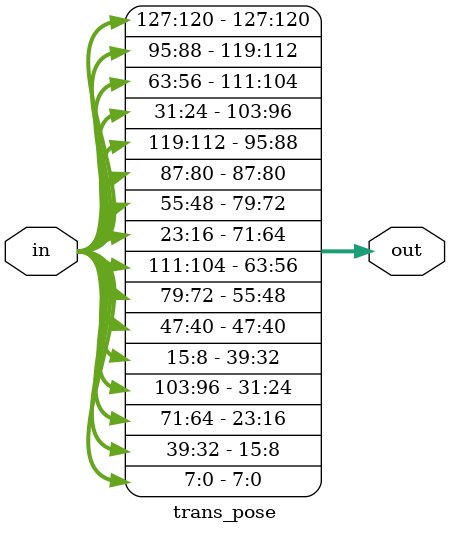
<source format=v>
module shift_rows(output [127:0] out, input [127:0] in);
  wire[127:0]w1;
  wire[127:0]w2;
  
  trans_pose t1(w1,in);

  assign w2[31:0]={w1[7:0],w1[31:8]};
  assign w2[63:32]={w1[47:32],w1[63:48]};
  assign w2[95:64]={w1[87:64],w1[95:88]};
  assign w2[127:96]=w1[127:96];

  trans_pose t2(out,w2);
endmodule

module trans_pose(output [127:0]out,input [127:0] in);
                 assign out[127:96]={in[127:120],in[95:88],in[63:56],in[31:24]};
         assign  out[95:64]={in[119:112],in[87:80],in[55:48],in[23:16]};
                assign out[63:32]={in[111:104],in[79:72],in[47:40],in[15:8]};
               assign  out[31:0]={in[103:96],in[71:64],in[39:32],in[7:0]};                                                                                
                 
                 
   endmodule
</source>
